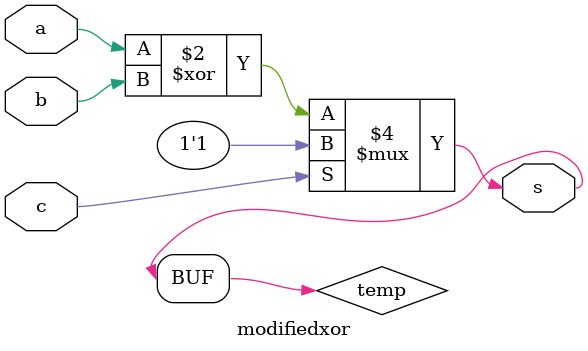
<source format=v>
module modifiedxor(a,b,c,s);
input a,b,c;
output s;
reg temp;
always @(a,b,c)
begin
if(c)
temp <= 1'b1;
else
temp <= a ^ b;
end
assign s = temp;


endmodule
</source>
